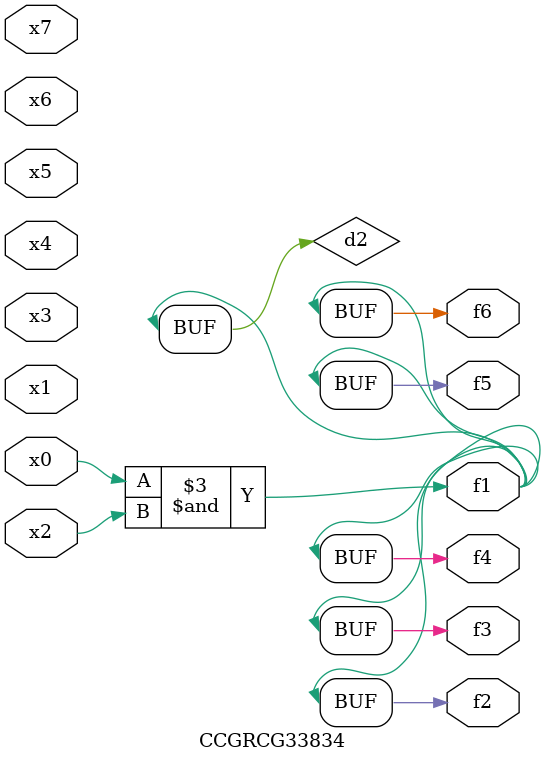
<source format=v>
module CCGRCG33834(
	input x0, x1, x2, x3, x4, x5, x6, x7,
	output f1, f2, f3, f4, f5, f6
);

	wire d1, d2;

	nor (d1, x3, x6);
	and (d2, x0, x2);
	assign f1 = d2;
	assign f2 = d2;
	assign f3 = d2;
	assign f4 = d2;
	assign f5 = d2;
	assign f6 = d2;
endmodule

</source>
